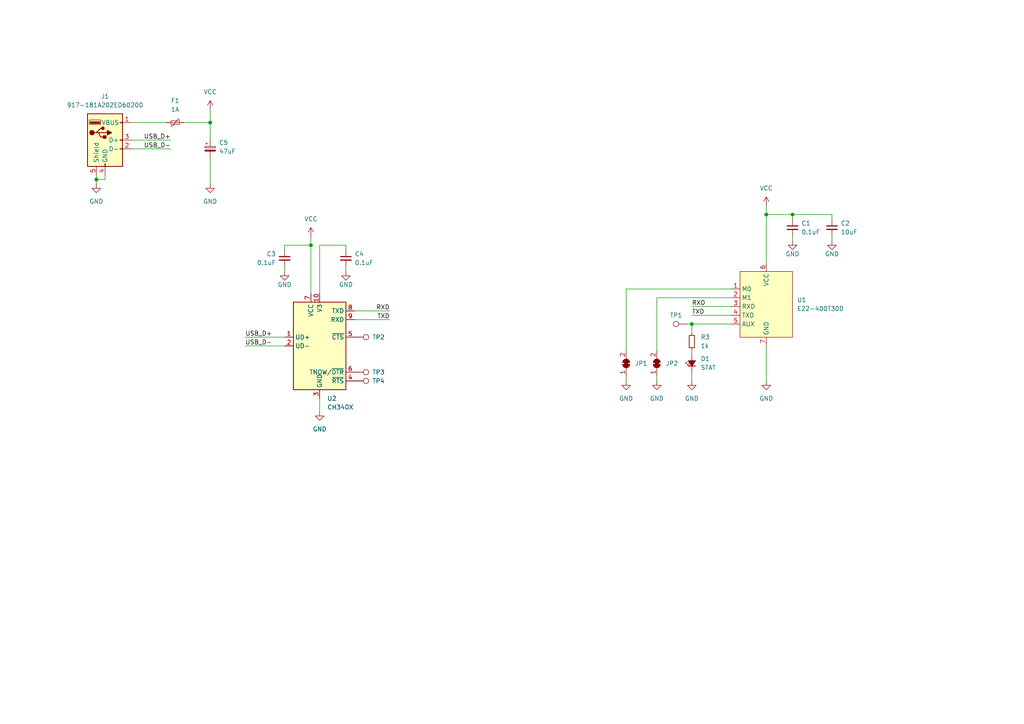
<source format=kicad_sch>
(kicad_sch (version 20230121) (generator eeschema)

  (uuid 3bbbc2f0-14af-4167-8d94-aa1eb3e85012)

  (paper "A4")

  (lib_symbols
    (symbol "Connector:TestPoint" (pin_numbers hide) (pin_names (offset 0.762) hide) (in_bom yes) (on_board yes)
      (property "Reference" "TP" (at 0 6.858 0)
        (effects (font (size 1.27 1.27)))
      )
      (property "Value" "TestPoint" (at 0 5.08 0)
        (effects (font (size 1.27 1.27)))
      )
      (property "Footprint" "" (at 5.08 0 0)
        (effects (font (size 1.27 1.27)) hide)
      )
      (property "Datasheet" "~" (at 5.08 0 0)
        (effects (font (size 1.27 1.27)) hide)
      )
      (property "ki_keywords" "test point tp" (at 0 0 0)
        (effects (font (size 1.27 1.27)) hide)
      )
      (property "ki_description" "test point" (at 0 0 0)
        (effects (font (size 1.27 1.27)) hide)
      )
      (property "ki_fp_filters" "Pin* Test*" (at 0 0 0)
        (effects (font (size 1.27 1.27)) hide)
      )
      (symbol "TestPoint_0_1"
        (circle (center 0 3.302) (radius 0.762)
          (stroke (width 0) (type default))
          (fill (type none))
        )
      )
      (symbol "TestPoint_1_1"
        (pin passive line (at 0 0 90) (length 2.54)
          (name "1" (effects (font (size 1.27 1.27))))
          (number "1" (effects (font (size 1.27 1.27))))
        )
      )
    )
    (symbol "Connector:USB_A" (pin_names (offset 1.016)) (in_bom yes) (on_board yes)
      (property "Reference" "J" (at -5.08 11.43 0)
        (effects (font (size 1.27 1.27)) (justify left))
      )
      (property "Value" "USB_A" (at -5.08 8.89 0)
        (effects (font (size 1.27 1.27)) (justify left))
      )
      (property "Footprint" "" (at 3.81 -1.27 0)
        (effects (font (size 1.27 1.27)) hide)
      )
      (property "Datasheet" " ~" (at 3.81 -1.27 0)
        (effects (font (size 1.27 1.27)) hide)
      )
      (property "ki_keywords" "connector USB" (at 0 0 0)
        (effects (font (size 1.27 1.27)) hide)
      )
      (property "ki_description" "USB Type A connector" (at 0 0 0)
        (effects (font (size 1.27 1.27)) hide)
      )
      (property "ki_fp_filters" "USB*" (at 0 0 0)
        (effects (font (size 1.27 1.27)) hide)
      )
      (symbol "USB_A_0_1"
        (rectangle (start -5.08 -7.62) (end 5.08 7.62)
          (stroke (width 0.254) (type default))
          (fill (type background))
        )
        (circle (center -3.81 2.159) (radius 0.635)
          (stroke (width 0.254) (type default))
          (fill (type outline))
        )
        (rectangle (start -1.524 4.826) (end -4.318 5.334)
          (stroke (width 0) (type default))
          (fill (type outline))
        )
        (rectangle (start -1.27 4.572) (end -4.572 5.842)
          (stroke (width 0) (type default))
          (fill (type none))
        )
        (circle (center -0.635 3.429) (radius 0.381)
          (stroke (width 0.254) (type default))
          (fill (type outline))
        )
        (rectangle (start -0.127 -7.62) (end 0.127 -6.858)
          (stroke (width 0) (type default))
          (fill (type none))
        )
        (polyline
          (pts
            (xy -3.175 2.159)
            (xy -2.54 2.159)
            (xy -1.27 3.429)
            (xy -0.635 3.429)
          )
          (stroke (width 0.254) (type default))
          (fill (type none))
        )
        (polyline
          (pts
            (xy -2.54 2.159)
            (xy -1.905 2.159)
            (xy -1.27 0.889)
            (xy 0 0.889)
          )
          (stroke (width 0.254) (type default))
          (fill (type none))
        )
        (polyline
          (pts
            (xy 0.635 2.794)
            (xy 0.635 1.524)
            (xy 1.905 2.159)
            (xy 0.635 2.794)
          )
          (stroke (width 0.254) (type default))
          (fill (type outline))
        )
        (rectangle (start 0.254 1.27) (end -0.508 0.508)
          (stroke (width 0.254) (type default))
          (fill (type outline))
        )
        (rectangle (start 5.08 -2.667) (end 4.318 -2.413)
          (stroke (width 0) (type default))
          (fill (type none))
        )
        (rectangle (start 5.08 -0.127) (end 4.318 0.127)
          (stroke (width 0) (type default))
          (fill (type none))
        )
        (rectangle (start 5.08 4.953) (end 4.318 5.207)
          (stroke (width 0) (type default))
          (fill (type none))
        )
      )
      (symbol "USB_A_1_1"
        (polyline
          (pts
            (xy -1.905 2.159)
            (xy 0.635 2.159)
          )
          (stroke (width 0.254) (type default))
          (fill (type none))
        )
        (pin power_in line (at 7.62 5.08 180) (length 2.54)
          (name "VBUS" (effects (font (size 1.27 1.27))))
          (number "1" (effects (font (size 1.27 1.27))))
        )
        (pin bidirectional line (at 7.62 -2.54 180) (length 2.54)
          (name "D-" (effects (font (size 1.27 1.27))))
          (number "2" (effects (font (size 1.27 1.27))))
        )
        (pin bidirectional line (at 7.62 0 180) (length 2.54)
          (name "D+" (effects (font (size 1.27 1.27))))
          (number "3" (effects (font (size 1.27 1.27))))
        )
        (pin power_in line (at 0 -10.16 90) (length 2.54)
          (name "GND" (effects (font (size 1.27 1.27))))
          (number "4" (effects (font (size 1.27 1.27))))
        )
        (pin passive line (at -2.54 -10.16 90) (length 2.54)
          (name "Shield" (effects (font (size 1.27 1.27))))
          (number "5" (effects (font (size 1.27 1.27))))
        )
      )
    )
    (symbol "Device:C_Polarized_Small" (pin_numbers hide) (pin_names (offset 0.254) hide) (in_bom yes) (on_board yes)
      (property "Reference" "C" (at 0.254 1.778 0)
        (effects (font (size 1.27 1.27)) (justify left))
      )
      (property "Value" "C_Polarized_Small" (at 0.254 -2.032 0)
        (effects (font (size 1.27 1.27)) (justify left))
      )
      (property "Footprint" "" (at 0 0 0)
        (effects (font (size 1.27 1.27)) hide)
      )
      (property "Datasheet" "~" (at 0 0 0)
        (effects (font (size 1.27 1.27)) hide)
      )
      (property "ki_keywords" "cap capacitor" (at 0 0 0)
        (effects (font (size 1.27 1.27)) hide)
      )
      (property "ki_description" "Polarized capacitor, small symbol" (at 0 0 0)
        (effects (font (size 1.27 1.27)) hide)
      )
      (property "ki_fp_filters" "CP_*" (at 0 0 0)
        (effects (font (size 1.27 1.27)) hide)
      )
      (symbol "C_Polarized_Small_0_1"
        (rectangle (start -1.524 -0.3048) (end 1.524 -0.6858)
          (stroke (width 0) (type default))
          (fill (type outline))
        )
        (rectangle (start -1.524 0.6858) (end 1.524 0.3048)
          (stroke (width 0) (type default))
          (fill (type none))
        )
        (polyline
          (pts
            (xy -1.27 1.524)
            (xy -0.762 1.524)
          )
          (stroke (width 0) (type default))
          (fill (type none))
        )
        (polyline
          (pts
            (xy -1.016 1.27)
            (xy -1.016 1.778)
          )
          (stroke (width 0) (type default))
          (fill (type none))
        )
      )
      (symbol "C_Polarized_Small_1_1"
        (pin passive line (at 0 2.54 270) (length 1.8542)
          (name "~" (effects (font (size 1.27 1.27))))
          (number "1" (effects (font (size 1.27 1.27))))
        )
        (pin passive line (at 0 -2.54 90) (length 1.8542)
          (name "~" (effects (font (size 1.27 1.27))))
          (number "2" (effects (font (size 1.27 1.27))))
        )
      )
    )
    (symbol "Device:C_Small" (pin_numbers hide) (pin_names (offset 0.254) hide) (in_bom yes) (on_board yes)
      (property "Reference" "C" (at 0.254 1.778 0)
        (effects (font (size 1.27 1.27)) (justify left))
      )
      (property "Value" "C_Small" (at 0.254 -2.032 0)
        (effects (font (size 1.27 1.27)) (justify left))
      )
      (property "Footprint" "" (at 0 0 0)
        (effects (font (size 1.27 1.27)) hide)
      )
      (property "Datasheet" "~" (at 0 0 0)
        (effects (font (size 1.27 1.27)) hide)
      )
      (property "ki_keywords" "capacitor cap" (at 0 0 0)
        (effects (font (size 1.27 1.27)) hide)
      )
      (property "ki_description" "Unpolarized capacitor, small symbol" (at 0 0 0)
        (effects (font (size 1.27 1.27)) hide)
      )
      (property "ki_fp_filters" "C_*" (at 0 0 0)
        (effects (font (size 1.27 1.27)) hide)
      )
      (symbol "C_Small_0_1"
        (polyline
          (pts
            (xy -1.524 -0.508)
            (xy 1.524 -0.508)
          )
          (stroke (width 0.3302) (type default))
          (fill (type none))
        )
        (polyline
          (pts
            (xy -1.524 0.508)
            (xy 1.524 0.508)
          )
          (stroke (width 0.3048) (type default))
          (fill (type none))
        )
      )
      (symbol "C_Small_1_1"
        (pin passive line (at 0 2.54 270) (length 2.032)
          (name "~" (effects (font (size 1.27 1.27))))
          (number "1" (effects (font (size 1.27 1.27))))
        )
        (pin passive line (at 0 -2.54 90) (length 2.032)
          (name "~" (effects (font (size 1.27 1.27))))
          (number "2" (effects (font (size 1.27 1.27))))
        )
      )
    )
    (symbol "Device:LED_Small_Filled" (pin_numbers hide) (pin_names (offset 0.254) hide) (in_bom yes) (on_board yes)
      (property "Reference" "D" (at -1.27 3.175 0)
        (effects (font (size 1.27 1.27)) (justify left))
      )
      (property "Value" "LED_Small_Filled" (at -4.445 -2.54 0)
        (effects (font (size 1.27 1.27)) (justify left))
      )
      (property "Footprint" "" (at 0 0 90)
        (effects (font (size 1.27 1.27)) hide)
      )
      (property "Datasheet" "~" (at 0 0 90)
        (effects (font (size 1.27 1.27)) hide)
      )
      (property "ki_keywords" "LED diode light-emitting-diode" (at 0 0 0)
        (effects (font (size 1.27 1.27)) hide)
      )
      (property "ki_description" "Light emitting diode, small symbol, filled shape" (at 0 0 0)
        (effects (font (size 1.27 1.27)) hide)
      )
      (property "ki_fp_filters" "LED* LED_SMD:* LED_THT:*" (at 0 0 0)
        (effects (font (size 1.27 1.27)) hide)
      )
      (symbol "LED_Small_Filled_0_1"
        (polyline
          (pts
            (xy -0.762 -1.016)
            (xy -0.762 1.016)
          )
          (stroke (width 0.254) (type default))
          (fill (type none))
        )
        (polyline
          (pts
            (xy 1.016 0)
            (xy -0.762 0)
          )
          (stroke (width 0) (type default))
          (fill (type none))
        )
        (polyline
          (pts
            (xy 0.762 -1.016)
            (xy -0.762 0)
            (xy 0.762 1.016)
            (xy 0.762 -1.016)
          )
          (stroke (width 0.254) (type default))
          (fill (type outline))
        )
        (polyline
          (pts
            (xy 0 0.762)
            (xy -0.508 1.27)
            (xy -0.254 1.27)
            (xy -0.508 1.27)
            (xy -0.508 1.016)
          )
          (stroke (width 0) (type default))
          (fill (type none))
        )
        (polyline
          (pts
            (xy 0.508 1.27)
            (xy 0 1.778)
            (xy 0.254 1.778)
            (xy 0 1.778)
            (xy 0 1.524)
          )
          (stroke (width 0) (type default))
          (fill (type none))
        )
      )
      (symbol "LED_Small_Filled_1_1"
        (pin passive line (at -2.54 0 0) (length 1.778)
          (name "K" (effects (font (size 1.27 1.27))))
          (number "1" (effects (font (size 1.27 1.27))))
        )
        (pin passive line (at 2.54 0 180) (length 1.778)
          (name "A" (effects (font (size 1.27 1.27))))
          (number "2" (effects (font (size 1.27 1.27))))
        )
      )
    )
    (symbol "Device:Polyfuse_Small" (pin_numbers hide) (pin_names (offset 0)) (in_bom yes) (on_board yes)
      (property "Reference" "F" (at -1.905 0 90)
        (effects (font (size 1.27 1.27)))
      )
      (property "Value" "Polyfuse_Small" (at 1.905 0 90)
        (effects (font (size 1.27 1.27)))
      )
      (property "Footprint" "" (at 1.27 -5.08 0)
        (effects (font (size 1.27 1.27)) (justify left) hide)
      )
      (property "Datasheet" "~" (at 0 0 0)
        (effects (font (size 1.27 1.27)) hide)
      )
      (property "ki_keywords" "resettable fuse PTC PPTC polyfuse polyswitch" (at 0 0 0)
        (effects (font (size 1.27 1.27)) hide)
      )
      (property "ki_description" "Resettable fuse, polymeric positive temperature coefficient, small symbol" (at 0 0 0)
        (effects (font (size 1.27 1.27)) hide)
      )
      (property "ki_fp_filters" "*polyfuse* *PTC*" (at 0 0 0)
        (effects (font (size 1.27 1.27)) hide)
      )
      (symbol "Polyfuse_Small_0_1"
        (rectangle (start -0.508 1.27) (end 0.508 -1.27)
          (stroke (width 0) (type default))
          (fill (type none))
        )
        (polyline
          (pts
            (xy 0 2.54)
            (xy 0 -2.54)
          )
          (stroke (width 0) (type default))
          (fill (type none))
        )
        (polyline
          (pts
            (xy -1.016 1.27)
            (xy -1.016 0.762)
            (xy 1.016 -0.762)
            (xy 1.016 -1.27)
          )
          (stroke (width 0) (type default))
          (fill (type none))
        )
      )
      (symbol "Polyfuse_Small_1_1"
        (pin passive line (at 0 2.54 270) (length 0.635)
          (name "~" (effects (font (size 1.27 1.27))))
          (number "1" (effects (font (size 1.27 1.27))))
        )
        (pin passive line (at 0 -2.54 90) (length 0.635)
          (name "~" (effects (font (size 1.27 1.27))))
          (number "2" (effects (font (size 1.27 1.27))))
        )
      )
    )
    (symbol "Device:R_Small" (pin_numbers hide) (pin_names (offset 0.254) hide) (in_bom yes) (on_board yes)
      (property "Reference" "R" (at 0.762 0.508 0)
        (effects (font (size 1.27 1.27)) (justify left))
      )
      (property "Value" "R_Small" (at 0.762 -1.016 0)
        (effects (font (size 1.27 1.27)) (justify left))
      )
      (property "Footprint" "" (at 0 0 0)
        (effects (font (size 1.27 1.27)) hide)
      )
      (property "Datasheet" "~" (at 0 0 0)
        (effects (font (size 1.27 1.27)) hide)
      )
      (property "ki_keywords" "R resistor" (at 0 0 0)
        (effects (font (size 1.27 1.27)) hide)
      )
      (property "ki_description" "Resistor, small symbol" (at 0 0 0)
        (effects (font (size 1.27 1.27)) hide)
      )
      (property "ki_fp_filters" "R_*" (at 0 0 0)
        (effects (font (size 1.27 1.27)) hide)
      )
      (symbol "R_Small_0_1"
        (rectangle (start -0.762 1.778) (end 0.762 -1.778)
          (stroke (width 0.2032) (type default))
          (fill (type none))
        )
      )
      (symbol "R_Small_1_1"
        (pin passive line (at 0 2.54 270) (length 0.762)
          (name "~" (effects (font (size 1.27 1.27))))
          (number "1" (effects (font (size 1.27 1.27))))
        )
        (pin passive line (at 0 -2.54 90) (length 0.762)
          (name "~" (effects (font (size 1.27 1.27))))
          (number "2" (effects (font (size 1.27 1.27))))
        )
      )
    )
    (symbol "E22-400T30D:E22-400T30D" (in_bom yes) (on_board yes)
      (property "Reference" "U" (at 0 27.94 0)
        (effects (font (size 1.27 1.27)))
      )
      (property "Value" "E22-400T30D" (at 0 25.4 0)
        (effects (font (size 1.27 1.27)))
      )
      (property "Footprint" "" (at 0 27.94 0)
        (effects (font (size 1.27 1.27)) hide)
      )
      (property "Datasheet" "" (at 0 27.94 0)
        (effects (font (size 1.27 1.27)) hide)
      )
      (property "ki_keywords" "E22-400T30D" (at 0 0 0)
        (effects (font (size 1.27 1.27)) hide)
      )
      (property "ki_description" "E22-400T30D" (at 0 0 0)
        (effects (font (size 1.27 1.27)) hide)
      )
      (symbol "E22-400T30D_1_1"
        (rectangle (start -7.62 10.16) (end 7.62 -8.89)
          (stroke (width 0) (type default))
          (fill (type background))
        )
        (pin input line (at -10.16 5.08 0) (length 2.54)
          (name "M0" (effects (font (size 1.27 1.27))))
          (number "1" (effects (font (size 1.27 1.27))))
        )
        (pin no_connect line (at 10.16 -1.27 180) (length 2.54) hide
          (name "NC" (effects (font (size 1.27 1.27))))
          (number "10" (effects (font (size 1.27 1.27))))
        )
        (pin no_connect line (at 10.16 -3.81 180) (length 2.54) hide
          (name "NC" (effects (font (size 1.27 1.27))))
          (number "11" (effects (font (size 1.27 1.27))))
        )
        (pin input line (at -10.16 2.54 0) (length 2.54)
          (name "M1" (effects (font (size 1.27 1.27))))
          (number "2" (effects (font (size 1.27 1.27))))
        )
        (pin input line (at -10.16 0 0) (length 2.54)
          (name "RXD" (effects (font (size 1.27 1.27))))
          (number "3" (effects (font (size 1.27 1.27))))
        )
        (pin output line (at -10.16 -2.54 0) (length 2.54)
          (name "TXD" (effects (font (size 1.27 1.27))))
          (number "4" (effects (font (size 1.27 1.27))))
        )
        (pin output line (at -10.16 -5.08 0) (length 2.54)
          (name "AUX" (effects (font (size 1.27 1.27))))
          (number "5" (effects (font (size 1.27 1.27))))
        )
        (pin power_in line (at 0 12.7 270) (length 2.54)
          (name "VCC" (effects (font (size 1.27 1.27))))
          (number "6" (effects (font (size 1.27 1.27))))
        )
        (pin power_in line (at 0 -11.43 90) (length 2.54)
          (name "GND" (effects (font (size 1.27 1.27))))
          (number "7" (effects (font (size 1.27 1.27))))
        )
        (pin no_connect line (at 10.16 3.81 180) (length 2.54) hide
          (name "NC" (effects (font (size 1.27 1.27))))
          (number "8" (effects (font (size 1.27 1.27))))
        )
        (pin no_connect line (at 10.16 1.27 180) (length 2.54) hide
          (name "NC" (effects (font (size 1.27 1.27))))
          (number "9" (effects (font (size 1.27 1.27))))
        )
      )
    )
    (symbol "Interface_USB:CH340X" (in_bom yes) (on_board yes)
      (property "Reference" "U" (at -5.08 13.97 0)
        (effects (font (size 1.27 1.27)) (justify right))
      )
      (property "Value" "CH340X" (at 1.27 13.97 0)
        (effects (font (size 1.27 1.27)) (justify left))
      )
      (property "Footprint" "Package_SO:MSOP-10_3x3mm_P0.5mm" (at 1.27 -13.97 0)
        (effects (font (size 1.27 1.27)) (justify left) hide)
      )
      (property "Datasheet" "https://cdn.sparkfun.com/assets/5/0/a/8/5/CH340DS1.PDF" (at -8.89 20.32 0)
        (effects (font (size 1.27 1.27)) hide)
      )
      (property "ki_keywords" "USB UART Serial Converter Interface" (at 0 0 0)
        (effects (font (size 1.27 1.27)) hide)
      )
      (property "ki_description" "USB serial converter, 5V-tolerant IO, UART, MSOP-10" (at 0 0 0)
        (effects (font (size 1.27 1.27)) hide)
      )
      (property "ki_fp_filters" "MSOP*3x3mm*P0.5mm*" (at 0 0 0)
        (effects (font (size 1.27 1.27)) hide)
      )
      (symbol "CH340X_0_1"
        (rectangle (start -7.62 12.7) (end 7.62 -12.7)
          (stroke (width 0.254) (type default))
          (fill (type background))
        )
      )
      (symbol "CH340X_1_1"
        (pin bidirectional line (at -10.16 2.54 0) (length 2.54)
          (name "UD+" (effects (font (size 1.27 1.27))))
          (number "1" (effects (font (size 1.27 1.27))))
        )
        (pin power_out line (at 0 15.24 270) (length 2.54)
          (name "V3" (effects (font (size 1.27 1.27))))
          (number "10" (effects (font (size 1.27 1.27))))
        )
        (pin bidirectional line (at -10.16 0 0) (length 2.54)
          (name "UD-" (effects (font (size 1.27 1.27))))
          (number "2" (effects (font (size 1.27 1.27))))
        )
        (pin power_in line (at 0 -15.24 90) (length 2.54)
          (name "GND" (effects (font (size 1.27 1.27))))
          (number "3" (effects (font (size 1.27 1.27))))
        )
        (pin output line (at 10.16 -10.16 180) (length 2.54)
          (name "~{RTS}" (effects (font (size 1.27 1.27))))
          (number "4" (effects (font (size 1.27 1.27))))
        )
        (pin input line (at 10.16 2.54 180) (length 2.54)
          (name "~{CTS}" (effects (font (size 1.27 1.27))))
          (number "5" (effects (font (size 1.27 1.27))))
        )
        (pin output line (at 10.16 -7.62 180) (length 2.54)
          (name "TNOW/~{DTR}" (effects (font (size 1.27 1.27))))
          (number "6" (effects (font (size 1.27 1.27))))
        )
        (pin power_in line (at -2.54 15.24 270) (length 2.54)
          (name "VCC" (effects (font (size 1.27 1.27))))
          (number "7" (effects (font (size 1.27 1.27))))
        )
        (pin output line (at 10.16 10.16 180) (length 2.54)
          (name "TXD" (effects (font (size 1.27 1.27))))
          (number "8" (effects (font (size 1.27 1.27))))
        )
        (pin input line (at 10.16 7.62 180) (length 2.54)
          (name "RXD" (effects (font (size 1.27 1.27))))
          (number "9" (effects (font (size 1.27 1.27))))
        )
      )
    )
    (symbol "Jumper:SolderJumper_2_Bridged" (pin_names (offset 0) hide) (in_bom yes) (on_board yes)
      (property "Reference" "JP" (at 0 2.032 0)
        (effects (font (size 1.27 1.27)))
      )
      (property "Value" "SolderJumper_2_Bridged" (at 0 -2.54 0)
        (effects (font (size 1.27 1.27)))
      )
      (property "Footprint" "" (at 0 0 0)
        (effects (font (size 1.27 1.27)) hide)
      )
      (property "Datasheet" "~" (at 0 0 0)
        (effects (font (size 1.27 1.27)) hide)
      )
      (property "ki_keywords" "solder jumper SPST" (at 0 0 0)
        (effects (font (size 1.27 1.27)) hide)
      )
      (property "ki_description" "Solder Jumper, 2-pole, closed/bridged" (at 0 0 0)
        (effects (font (size 1.27 1.27)) hide)
      )
      (property "ki_fp_filters" "SolderJumper*Bridged*" (at 0 0 0)
        (effects (font (size 1.27 1.27)) hide)
      )
      (symbol "SolderJumper_2_Bridged_0_1"
        (rectangle (start -0.508 0.508) (end 0.508 -0.508)
          (stroke (width 0) (type default))
          (fill (type outline))
        )
        (arc (start -0.254 1.016) (mid -1.2656 0) (end -0.254 -1.016)
          (stroke (width 0) (type default))
          (fill (type none))
        )
        (arc (start -0.254 1.016) (mid -1.2656 0) (end -0.254 -1.016)
          (stroke (width 0) (type default))
          (fill (type outline))
        )
        (polyline
          (pts
            (xy -0.254 1.016)
            (xy -0.254 -1.016)
          )
          (stroke (width 0) (type default))
          (fill (type none))
        )
        (polyline
          (pts
            (xy 0.254 1.016)
            (xy 0.254 -1.016)
          )
          (stroke (width 0) (type default))
          (fill (type none))
        )
        (arc (start 0.254 -1.016) (mid 1.2656 0) (end 0.254 1.016)
          (stroke (width 0) (type default))
          (fill (type none))
        )
        (arc (start 0.254 -1.016) (mid 1.2656 0) (end 0.254 1.016)
          (stroke (width 0) (type default))
          (fill (type outline))
        )
      )
      (symbol "SolderJumper_2_Bridged_1_1"
        (pin passive line (at -3.81 0 0) (length 2.54)
          (name "A" (effects (font (size 1.27 1.27))))
          (number "1" (effects (font (size 1.27 1.27))))
        )
        (pin passive line (at 3.81 0 180) (length 2.54)
          (name "B" (effects (font (size 1.27 1.27))))
          (number "2" (effects (font (size 1.27 1.27))))
        )
      )
    )
    (symbol "power:GND" (power) (pin_names (offset 0)) (in_bom yes) (on_board yes)
      (property "Reference" "#PWR" (at 0 -6.35 0)
        (effects (font (size 1.27 1.27)) hide)
      )
      (property "Value" "GND" (at 0 -3.81 0)
        (effects (font (size 1.27 1.27)))
      )
      (property "Footprint" "" (at 0 0 0)
        (effects (font (size 1.27 1.27)) hide)
      )
      (property "Datasheet" "" (at 0 0 0)
        (effects (font (size 1.27 1.27)) hide)
      )
      (property "ki_keywords" "global power" (at 0 0 0)
        (effects (font (size 1.27 1.27)) hide)
      )
      (property "ki_description" "Power symbol creates a global label with name \"GND\" , ground" (at 0 0 0)
        (effects (font (size 1.27 1.27)) hide)
      )
      (symbol "GND_0_1"
        (polyline
          (pts
            (xy 0 0)
            (xy 0 -1.27)
            (xy 1.27 -1.27)
            (xy 0 -2.54)
            (xy -1.27 -1.27)
            (xy 0 -1.27)
          )
          (stroke (width 0) (type default))
          (fill (type none))
        )
      )
      (symbol "GND_1_1"
        (pin power_in line (at 0 0 270) (length 0) hide
          (name "GND" (effects (font (size 1.27 1.27))))
          (number "1" (effects (font (size 1.27 1.27))))
        )
      )
    )
    (symbol "power:VCC" (power) (pin_names (offset 0)) (in_bom yes) (on_board yes)
      (property "Reference" "#PWR" (at 0 -3.81 0)
        (effects (font (size 1.27 1.27)) hide)
      )
      (property "Value" "VCC" (at 0 3.81 0)
        (effects (font (size 1.27 1.27)))
      )
      (property "Footprint" "" (at 0 0 0)
        (effects (font (size 1.27 1.27)) hide)
      )
      (property "Datasheet" "" (at 0 0 0)
        (effects (font (size 1.27 1.27)) hide)
      )
      (property "ki_keywords" "global power" (at 0 0 0)
        (effects (font (size 1.27 1.27)) hide)
      )
      (property "ki_description" "Power symbol creates a global label with name \"VCC\"" (at 0 0 0)
        (effects (font (size 1.27 1.27)) hide)
      )
      (symbol "VCC_0_1"
        (polyline
          (pts
            (xy -0.762 1.27)
            (xy 0 2.54)
          )
          (stroke (width 0) (type default))
          (fill (type none))
        )
        (polyline
          (pts
            (xy 0 0)
            (xy 0 2.54)
          )
          (stroke (width 0) (type default))
          (fill (type none))
        )
        (polyline
          (pts
            (xy 0 2.54)
            (xy 0.762 1.27)
          )
          (stroke (width 0) (type default))
          (fill (type none))
        )
      )
      (symbol "VCC_1_1"
        (pin power_in line (at 0 0 90) (length 0) hide
          (name "VCC" (effects (font (size 1.27 1.27))))
          (number "1" (effects (font (size 1.27 1.27))))
        )
      )
    )
  )

  (junction (at 222.25 62.23) (diameter 0) (color 0 0 0 0)
    (uuid 2785cd97-9596-43f9-ae7c-ea10c082da21)
  )
  (junction (at 90.17 71.12) (diameter 0) (color 0 0 0 0)
    (uuid 34786185-66a5-4b28-a3f9-69cadd165270)
  )
  (junction (at 229.87 62.23) (diameter 0) (color 0 0 0 0)
    (uuid 34b75d03-29f3-4f5e-9458-b45de234cf4b)
  )
  (junction (at 200.66 93.98) (diameter 0) (color 0 0 0 0)
    (uuid cc813a2d-34c2-4c7f-aa67-6e7fb0e797a4)
  )
  (junction (at 60.96 35.56) (diameter 0) (color 0 0 0 0)
    (uuid cef3811f-4f50-4147-bee6-7b288dae5a7e)
  )
  (junction (at 27.94 52.07) (diameter 0) (color 0 0 0 0)
    (uuid d70ec2e2-7cd8-4649-b799-de9163cca091)
  )

  (wire (pts (xy 200.66 102.87) (xy 200.66 101.6))
    (stroke (width 0) (type default))
    (uuid 07d5107d-1416-43c3-953c-035753404019)
  )
  (wire (pts (xy 200.66 107.95) (xy 200.66 110.49))
    (stroke (width 0) (type default))
    (uuid 11d9d98e-3ae9-4d6e-933b-c2fefb8c476b)
  )
  (wire (pts (xy 30.48 50.8) (xy 30.48 52.07))
    (stroke (width 0) (type default))
    (uuid 128193f5-ca15-4dea-a7a8-8e9127f94dc3)
  )
  (wire (pts (xy 60.96 35.56) (xy 60.96 40.64))
    (stroke (width 0) (type default))
    (uuid 1b349ace-043f-4a2f-8214-5607388dfdc2)
  )
  (wire (pts (xy 102.87 92.71) (xy 113.03 92.71))
    (stroke (width 0) (type default))
    (uuid 1c14f75d-b448-4279-88ca-01cf761f2343)
  )
  (wire (pts (xy 38.1 40.64) (xy 49.53 40.64))
    (stroke (width 0) (type default))
    (uuid 1f43b2aa-ce25-403a-83f2-b00a37eb4df4)
  )
  (wire (pts (xy 82.55 71.12) (xy 90.17 71.12))
    (stroke (width 0) (type default))
    (uuid 236ff681-5c86-4d63-b3ae-fe9be4dbcbe3)
  )
  (wire (pts (xy 100.33 77.47) (xy 100.33 78.74))
    (stroke (width 0) (type default))
    (uuid 26d6cf82-bd63-427c-a668-78c596d206c2)
  )
  (wire (pts (xy 190.5 109.22) (xy 190.5 110.49))
    (stroke (width 0) (type default))
    (uuid 26dfb456-8e6d-411f-8b68-1c5ec8f8d322)
  )
  (wire (pts (xy 190.5 86.36) (xy 212.09 86.36))
    (stroke (width 0) (type default))
    (uuid 292e5492-b108-4e01-8e55-dc3c3f84e3a8)
  )
  (wire (pts (xy 229.87 62.23) (xy 222.25 62.23))
    (stroke (width 0) (type default))
    (uuid 2b564ea0-c4aa-4a80-ba4e-b829691ad11b)
  )
  (wire (pts (xy 60.96 45.72) (xy 60.96 53.34))
    (stroke (width 0) (type default))
    (uuid 359aeef2-f507-4fa7-bb27-599cb963e330)
  )
  (wire (pts (xy 100.33 71.12) (xy 100.33 72.39))
    (stroke (width 0) (type default))
    (uuid 3c5d82a5-f49d-4171-8b07-f410c52ed176)
  )
  (wire (pts (xy 38.1 35.56) (xy 48.26 35.56))
    (stroke (width 0) (type default))
    (uuid 3c639ba7-0c17-416b-8213-56f88bdaa8be)
  )
  (wire (pts (xy 200.66 88.9) (xy 212.09 88.9))
    (stroke (width 0) (type default))
    (uuid 3fa7edb7-81bd-481e-8ea0-361eb517c885)
  )
  (wire (pts (xy 30.48 52.07) (xy 27.94 52.07))
    (stroke (width 0) (type default))
    (uuid 42abbe3c-8b4d-4cbf-a482-7fbcdcfc7fe8)
  )
  (wire (pts (xy 82.55 97.79) (xy 71.12 97.79))
    (stroke (width 0) (type default))
    (uuid 45af93a2-664c-4721-b625-21b82e54a779)
  )
  (wire (pts (xy 90.17 71.12) (xy 90.17 68.58))
    (stroke (width 0) (type default))
    (uuid 50bc1ae2-199a-4ac4-b10f-967859a11876)
  )
  (wire (pts (xy 27.94 50.8) (xy 27.94 52.07))
    (stroke (width 0) (type default))
    (uuid 52f77424-7446-4579-91d1-a23e19754e50)
  )
  (wire (pts (xy 199.39 93.98) (xy 200.66 93.98))
    (stroke (width 0) (type default))
    (uuid 54994e10-b72c-4cc9-a504-c8e3b0b09bf0)
  )
  (wire (pts (xy 200.66 96.52) (xy 200.66 93.98))
    (stroke (width 0) (type default))
    (uuid 558f0dd8-ba27-4c8c-a9d7-2db08c50d9d9)
  )
  (wire (pts (xy 53.34 35.56) (xy 60.96 35.56))
    (stroke (width 0) (type default))
    (uuid 584a3035-b7f5-4b31-9410-c02d5a0d6ec1)
  )
  (wire (pts (xy 200.66 91.44) (xy 212.09 91.44))
    (stroke (width 0) (type default))
    (uuid 5973dec0-1f65-44d3-b4c8-f30d72b940ec)
  )
  (wire (pts (xy 90.17 71.12) (xy 90.17 85.09))
    (stroke (width 0) (type default))
    (uuid 61ce24fd-ba81-4b82-acc4-07057a2fd52f)
  )
  (wire (pts (xy 222.25 100.33) (xy 222.25 110.49))
    (stroke (width 0) (type default))
    (uuid 7a7aacda-dba4-4cb3-ae46-94d9cba0aee6)
  )
  (wire (pts (xy 92.71 115.57) (xy 92.71 119.38))
    (stroke (width 0) (type default))
    (uuid 7ffb1709-54e2-468f-8ee7-66ba1389a7d9)
  )
  (wire (pts (xy 200.66 93.98) (xy 212.09 93.98))
    (stroke (width 0) (type default))
    (uuid 8483deea-314e-494d-9d6a-79a10279724d)
  )
  (wire (pts (xy 241.3 63.5) (xy 241.3 62.23))
    (stroke (width 0) (type default))
    (uuid 9c3c2b34-e1b0-40e4-b2a5-87c868dc4c5e)
  )
  (wire (pts (xy 181.61 109.22) (xy 181.61 110.49))
    (stroke (width 0) (type default))
    (uuid aa3197b2-75eb-418e-b540-2b8222e1443b)
  )
  (wire (pts (xy 241.3 68.58) (xy 241.3 69.85))
    (stroke (width 0) (type default))
    (uuid b2f2827f-9f70-43c7-ad58-18011dd794cf)
  )
  (wire (pts (xy 60.96 35.56) (xy 60.96 31.75))
    (stroke (width 0) (type default))
    (uuid b3992fcf-3334-4dfb-84f6-40256f330c48)
  )
  (wire (pts (xy 102.87 90.17) (xy 113.03 90.17))
    (stroke (width 0) (type default))
    (uuid b3bff8fc-5af3-4b7d-83c3-bfae81894acf)
  )
  (wire (pts (xy 190.5 101.6) (xy 190.5 86.36))
    (stroke (width 0) (type default))
    (uuid b9d7f3a0-7b44-4b90-98d6-ec352ff7027d)
  )
  (wire (pts (xy 222.25 62.23) (xy 222.25 59.69))
    (stroke (width 0) (type default))
    (uuid bb2d6eae-04b9-4cd6-94da-9b125d4dda5a)
  )
  (wire (pts (xy 82.55 77.47) (xy 82.55 78.74))
    (stroke (width 0) (type default))
    (uuid c58e9d11-4355-49c5-9915-97cdd94aac13)
  )
  (wire (pts (xy 229.87 68.58) (xy 229.87 69.85))
    (stroke (width 0) (type default))
    (uuid c5b348be-d1e9-4e68-a7ff-a6caab093c58)
  )
  (wire (pts (xy 92.71 71.12) (xy 92.71 85.09))
    (stroke (width 0) (type default))
    (uuid c7c26887-0d80-485b-99ee-3a864f423c07)
  )
  (wire (pts (xy 27.94 52.07) (xy 27.94 53.34))
    (stroke (width 0) (type default))
    (uuid c9927c01-d2a9-425f-889f-eef333ea3c68)
  )
  (wire (pts (xy 181.61 101.6) (xy 181.61 83.82))
    (stroke (width 0) (type default))
    (uuid cc46e9ad-4f0d-4c4c-9879-77e55a6fa54a)
  )
  (wire (pts (xy 181.61 83.82) (xy 212.09 83.82))
    (stroke (width 0) (type default))
    (uuid d78912af-41f6-4344-bcc6-4f966e651d2a)
  )
  (wire (pts (xy 229.87 62.23) (xy 229.87 63.5))
    (stroke (width 0) (type default))
    (uuid dc3f0109-070e-48aa-9ce3-9f7d0b681976)
  )
  (wire (pts (xy 100.33 71.12) (xy 92.71 71.12))
    (stroke (width 0) (type default))
    (uuid e204fe01-840a-44a6-bb1e-b28a0944ad45)
  )
  (wire (pts (xy 82.55 71.12) (xy 82.55 72.39))
    (stroke (width 0) (type default))
    (uuid e3696f06-7292-4c10-a01b-e52d664eb0a9)
  )
  (wire (pts (xy 241.3 62.23) (xy 229.87 62.23))
    (stroke (width 0) (type default))
    (uuid e597fda8-8860-4b92-ba3e-000bc811a1e4)
  )
  (wire (pts (xy 82.55 100.33) (xy 71.12 100.33))
    (stroke (width 0) (type default))
    (uuid e7e8e4df-cf6a-4dbb-8577-5d0520843b12)
  )
  (wire (pts (xy 222.25 62.23) (xy 222.25 76.2))
    (stroke (width 0) (type default))
    (uuid f49be3d0-cf82-48da-a111-acb4f48244d5)
  )
  (wire (pts (xy 38.1 43.18) (xy 49.53 43.18))
    (stroke (width 0) (type default))
    (uuid fc5294bc-ba78-4f74-97e1-7e18a6b449f8)
  )

  (label "RXD" (at 113.03 90.17 180) (fields_autoplaced)
    (effects (font (size 1.27 1.27)) (justify right bottom))
    (uuid 2ccc5b33-3707-498a-ad15-d4c8bdce1953)
  )
  (label "RXD" (at 200.66 88.9 0) (fields_autoplaced)
    (effects (font (size 1.27 1.27)) (justify left bottom))
    (uuid 6b79ef80-ddc4-4e11-88b2-e4eaeaba982d)
  )
  (label "USB_D+" (at 49.53 40.64 180) (fields_autoplaced)
    (effects (font (size 1.27 1.27)) (justify right bottom))
    (uuid 71246664-5a0d-4d92-849c-8713e57f0e27)
  )
  (label "USB_D+" (at 71.12 97.79 0) (fields_autoplaced)
    (effects (font (size 1.27 1.27)) (justify left bottom))
    (uuid 7bf82628-82b4-40f0-aa28-c6bcd854ba3b)
  )
  (label "TXD" (at 113.03 92.71 180) (fields_autoplaced)
    (effects (font (size 1.27 1.27)) (justify right bottom))
    (uuid 7f3c0edb-304e-408f-9cea-b95aaa856331)
  )
  (label "USB_D-" (at 71.12 100.33 0) (fields_autoplaced)
    (effects (font (size 1.27 1.27)) (justify left bottom))
    (uuid d6cd866a-2a63-4eb3-9370-576dacf622e8)
  )
  (label "USB_D-" (at 49.53 43.18 180) (fields_autoplaced)
    (effects (font (size 1.27 1.27)) (justify right bottom))
    (uuid dc7c6ac4-c643-4268-97e3-bc27b444bcba)
  )
  (label "TXD" (at 200.66 91.44 0) (fields_autoplaced)
    (effects (font (size 1.27 1.27)) (justify left bottom))
    (uuid eaa3d558-5d0a-41cb-970e-b331c115b837)
  )

  (symbol (lib_id "Connector:TestPoint") (at 102.87 110.49 270) (unit 1)
    (in_bom yes) (on_board yes) (dnp no) (fields_autoplaced)
    (uuid 0d055b55-d9e0-48e9-98c1-aa8c2a93292e)
    (property "Reference" "TP4" (at 107.95 110.49 90)
      (effects (font (size 1.27 1.27)) (justify left))
    )
    (property "Value" "TestPoint" (at 104.902 113.03 0)
      (effects (font (size 1.27 1.27)) (justify left) hide)
    )
    (property "Footprint" "TestPoint:TestPoint_Pad_D1.0mm" (at 102.87 115.57 0)
      (effects (font (size 1.27 1.27)) hide)
    )
    (property "Datasheet" "~" (at 102.87 115.57 0)
      (effects (font (size 1.27 1.27)) hide)
    )
    (pin "1" (uuid 8f50a2a1-7b2c-47f9-8df6-14a460a45d41))
    (instances
      (project "ADAPTER PCB"
        (path "/3bbbc2f0-14af-4167-8d94-aa1eb3e85012"
          (reference "TP4") (unit 1)
        )
      )
    )
  )

  (symbol (lib_id "E22-400T30D:E22-400T30D") (at 222.25 88.9 0) (unit 1)
    (in_bom no) (on_board yes) (dnp no) (fields_autoplaced)
    (uuid 1178a8e7-c279-45f7-8cc4-5aa9a4829cab)
    (property "Reference" "U1" (at 231.14 86.995 0)
      (effects (font (size 1.27 1.27)) (justify left))
    )
    (property "Value" "E22-400T30D" (at 231.14 89.535 0)
      (effects (font (size 1.27 1.27)) (justify left))
    )
    (property "Footprint" "FOOTPRINTS:COMM-TH_E22-400T30D" (at 222.25 60.96 0)
      (effects (font (size 1.27 1.27)) hide)
    )
    (property "Datasheet" "" (at 222.25 60.96 0)
      (effects (font (size 1.27 1.27)) hide)
    )
    (pin "1" (uuid eb12fcf7-fe8a-45a2-95fe-7cf4051fda69))
    (pin "6" (uuid 9fc3157a-6409-4d0c-ac2d-68f3c35573d6))
    (pin "4" (uuid e6a8da32-d0ba-4edf-91c5-97ca2fcc7ac4))
    (pin "10" (uuid 46ed3d68-8923-4298-926a-d7cacb30275f))
    (pin "9" (uuid 65572aa3-d57a-45fd-8db4-d6cbda104b43))
    (pin "2" (uuid 8c7cc02b-d367-49ca-b0fb-c60479d99f7f))
    (pin "7" (uuid d37b934e-337e-4a0e-bda2-352fc158272d))
    (pin "3" (uuid 5827c656-0c09-4c5f-b1a6-2d4e6e8b1382))
    (pin "8" (uuid a258f64a-a666-4e3a-9761-e64c1e23296f))
    (pin "11" (uuid 2396df81-7174-4612-87a6-1a1a87044951))
    (pin "5" (uuid 5314f240-803e-456e-b35d-b67417b378de))
    (instances
      (project "ADAPTER PCB"
        (path "/3bbbc2f0-14af-4167-8d94-aa1eb3e85012"
          (reference "U1") (unit 1)
        )
      )
    )
  )

  (symbol (lib_id "Device:C_Small") (at 100.33 74.93 0) (unit 1)
    (in_bom yes) (on_board yes) (dnp no) (fields_autoplaced)
    (uuid 2401ff4e-6358-4f8a-87c8-e8b22222bafc)
    (property "Reference" "C4" (at 102.87 73.6663 0)
      (effects (font (size 1.27 1.27)) (justify left))
    )
    (property "Value" "0.1uF" (at 102.87 76.2063 0)
      (effects (font (size 1.27 1.27)) (justify left))
    )
    (property "Footprint" "Capacitor_SMD:C_0603_1608Metric" (at 100.33 74.93 0)
      (effects (font (size 1.27 1.27)) hide)
    )
    (property "Datasheet" "~" (at 100.33 74.93 0)
      (effects (font (size 1.27 1.27)) hide)
    )
    (pin "1" (uuid f0c9331d-3cae-4410-b740-a235ba779f6b))
    (pin "2" (uuid 0e48c478-c82b-478d-8733-c2d2f785ff4c))
    (instances
      (project "ADAPTER PCB"
        (path "/3bbbc2f0-14af-4167-8d94-aa1eb3e85012"
          (reference "C4") (unit 1)
        )
      )
    )
  )

  (symbol (lib_id "power:VCC") (at 90.17 68.58 0) (mirror y) (unit 1)
    (in_bom yes) (on_board yes) (dnp no) (fields_autoplaced)
    (uuid 2b3803b5-042e-4603-bfab-c9f4ccb4f718)
    (property "Reference" "#PWR012" (at 90.17 72.39 0)
      (effects (font (size 1.27 1.27)) hide)
    )
    (property "Value" "VCC" (at 90.17 63.5 0)
      (effects (font (size 1.27 1.27)))
    )
    (property "Footprint" "" (at 90.17 68.58 0)
      (effects (font (size 1.27 1.27)) hide)
    )
    (property "Datasheet" "" (at 90.17 68.58 0)
      (effects (font (size 1.27 1.27)) hide)
    )
    (pin "1" (uuid 369655b3-820d-422a-8efc-eabb503a3ccd))
    (instances
      (project "ADAPTER PCB"
        (path "/3bbbc2f0-14af-4167-8d94-aa1eb3e85012"
          (reference "#PWR012") (unit 1)
        )
      )
    )
  )

  (symbol (lib_id "Device:C_Polarized_Small") (at 60.96 43.18 0) (unit 1)
    (in_bom yes) (on_board yes) (dnp no) (fields_autoplaced)
    (uuid 3393bec2-e96d-4554-8b03-43d51469aaff)
    (property "Reference" "C5" (at 63.5 41.3639 0)
      (effects (font (size 1.27 1.27)) (justify left))
    )
    (property "Value" "47uF" (at 63.5 43.9039 0)
      (effects (font (size 1.27 1.27)) (justify left))
    )
    (property "Footprint" "Capacitor_Tantalum_SMD:CP_EIA-3528-15_AVX-H" (at 60.96 43.18 0)
      (effects (font (size 1.27 1.27)) hide)
    )
    (property "Datasheet" "~" (at 60.96 43.18 0)
      (effects (font (size 1.27 1.27)) hide)
    )
    (pin "1" (uuid 9035cce3-1304-448b-9b9f-0fde6262ef26))
    (pin "2" (uuid d5002ebd-c328-42f2-b034-5cd65c21bba2))
    (instances
      (project "ADAPTER PCB"
        (path "/3bbbc2f0-14af-4167-8d94-aa1eb3e85012"
          (reference "C5") (unit 1)
        )
      )
    )
  )

  (symbol (lib_id "Device:R_Small") (at 200.66 99.06 0) (unit 1)
    (in_bom yes) (on_board yes) (dnp no) (fields_autoplaced)
    (uuid 357b0b1c-2297-4265-8649-a4aba72fa5d7)
    (property "Reference" "R3" (at 203.2 97.79 0)
      (effects (font (size 1.27 1.27)) (justify left))
    )
    (property "Value" "1k" (at 203.2 100.33 0)
      (effects (font (size 1.27 1.27)) (justify left))
    )
    (property "Footprint" "Resistor_SMD:R_0603_1608Metric" (at 200.66 99.06 0)
      (effects (font (size 1.27 1.27)) hide)
    )
    (property "Datasheet" "~" (at 200.66 99.06 0)
      (effects (font (size 1.27 1.27)) hide)
    )
    (pin "2" (uuid 22cb7dd8-7dac-44ed-9d77-6d8ec8f0d322))
    (pin "1" (uuid f6d7ec00-20ed-4788-b1ca-f8c634c04dd8))
    (instances
      (project "ADAPTER PCB"
        (path "/3bbbc2f0-14af-4167-8d94-aa1eb3e85012"
          (reference "R3") (unit 1)
        )
      )
    )
  )

  (symbol (lib_id "power:GND") (at 82.55 78.74 0) (mirror y) (unit 1)
    (in_bom yes) (on_board yes) (dnp no)
    (uuid 3a1315a1-6144-45ff-8b81-61872fae5846)
    (property "Reference" "#PWR013" (at 82.55 85.09 0)
      (effects (font (size 1.27 1.27)) hide)
    )
    (property "Value" "GND" (at 82.55 82.55 0)
      (effects (font (size 1.27 1.27)))
    )
    (property "Footprint" "" (at 82.55 78.74 0)
      (effects (font (size 1.27 1.27)) hide)
    )
    (property "Datasheet" "" (at 82.55 78.74 0)
      (effects (font (size 1.27 1.27)) hide)
    )
    (pin "1" (uuid e3939577-482a-4a02-b16b-8c7b264cc5b7))
    (instances
      (project "ADAPTER PCB"
        (path "/3bbbc2f0-14af-4167-8d94-aa1eb3e85012"
          (reference "#PWR013") (unit 1)
        )
      )
    )
  )

  (symbol (lib_id "power:GND") (at 200.66 110.49 0) (unit 1)
    (in_bom yes) (on_board yes) (dnp no) (fields_autoplaced)
    (uuid 3f8b1bee-a47f-44bb-8b0b-daea9a89f17a)
    (property "Reference" "#PWR07" (at 200.66 116.84 0)
      (effects (font (size 1.27 1.27)) hide)
    )
    (property "Value" "GND" (at 200.66 115.57 0)
      (effects (font (size 1.27 1.27)))
    )
    (property "Footprint" "" (at 200.66 110.49 0)
      (effects (font (size 1.27 1.27)) hide)
    )
    (property "Datasheet" "" (at 200.66 110.49 0)
      (effects (font (size 1.27 1.27)) hide)
    )
    (pin "1" (uuid b0bbf4d8-aa1a-4643-898d-e52a59c5b404))
    (instances
      (project "ADAPTER PCB"
        (path "/3bbbc2f0-14af-4167-8d94-aa1eb3e85012"
          (reference "#PWR07") (unit 1)
        )
      )
    )
  )

  (symbol (lib_id "power:GND") (at 27.94 53.34 0) (unit 1)
    (in_bom yes) (on_board yes) (dnp no) (fields_autoplaced)
    (uuid 47a5edb0-008e-4685-989d-7a04ab0d45df)
    (property "Reference" "#PWR09" (at 27.94 59.69 0)
      (effects (font (size 1.27 1.27)) hide)
    )
    (property "Value" "GND" (at 27.94 58.42 0)
      (effects (font (size 1.27 1.27)))
    )
    (property "Footprint" "" (at 27.94 53.34 0)
      (effects (font (size 1.27 1.27)) hide)
    )
    (property "Datasheet" "" (at 27.94 53.34 0)
      (effects (font (size 1.27 1.27)) hide)
    )
    (pin "1" (uuid e086ae7e-70c7-4d8c-a8b0-c085a8c9c73e))
    (instances
      (project "ADAPTER PCB"
        (path "/3bbbc2f0-14af-4167-8d94-aa1eb3e85012"
          (reference "#PWR09") (unit 1)
        )
      )
    )
  )

  (symbol (lib_id "Jumper:SolderJumper_2_Bridged") (at 181.61 105.41 90) (unit 1)
    (in_bom yes) (on_board yes) (dnp no) (fields_autoplaced)
    (uuid 48e73415-19f8-4ccd-a44c-cd60e5589f56)
    (property "Reference" "JP1" (at 184.15 105.41 90)
      (effects (font (size 1.27 1.27)) (justify right))
    )
    (property "Value" "M0" (at 184.15 106.68 90)
      (effects (font (size 1.27 1.27)) (justify right) hide)
    )
    (property "Footprint" "Connector_PinHeader_2.54mm:PinHeader_1x02_P2.54mm_Horizontal" (at 181.61 105.41 0)
      (effects (font (size 1.27 1.27)) hide)
    )
    (property "Datasheet" "~" (at 181.61 105.41 0)
      (effects (font (size 1.27 1.27)) hide)
    )
    (pin "2" (uuid e140f9cf-4bf9-40ee-b3ce-1f17d45781b0))
    (pin "1" (uuid ba799f32-e147-4651-949b-c7e4fd685b9f))
    (instances
      (project "ADAPTER PCB"
        (path "/3bbbc2f0-14af-4167-8d94-aa1eb3e85012"
          (reference "JP1") (unit 1)
        )
      )
    )
  )

  (symbol (lib_id "Connector:TestPoint") (at 199.39 93.98 90) (unit 1)
    (in_bom yes) (on_board yes) (dnp no) (fields_autoplaced)
    (uuid 515dd3da-eab1-4cbb-94be-663212dcaeef)
    (property "Reference" "TP1" (at 196.088 91.44 90)
      (effects (font (size 1.27 1.27)))
    )
    (property "Value" "TestPoint" (at 197.358 91.44 0)
      (effects (font (size 1.27 1.27)) (justify left) hide)
    )
    (property "Footprint" "TestPoint:TestPoint_Pad_D1.0mm" (at 199.39 88.9 0)
      (effects (font (size 1.27 1.27)) hide)
    )
    (property "Datasheet" "~" (at 199.39 88.9 0)
      (effects (font (size 1.27 1.27)) hide)
    )
    (pin "1" (uuid 67ee4624-a917-447b-aecd-09b65521606b))
    (instances
      (project "ADAPTER PCB"
        (path "/3bbbc2f0-14af-4167-8d94-aa1eb3e85012"
          (reference "TP1") (unit 1)
        )
      )
    )
  )

  (symbol (lib_id "power:GND") (at 60.96 53.34 0) (unit 1)
    (in_bom yes) (on_board yes) (dnp no) (fields_autoplaced)
    (uuid 539b2f60-8e11-4ee0-b1cd-7547ccb416f4)
    (property "Reference" "#PWR014" (at 60.96 59.69 0)
      (effects (font (size 1.27 1.27)) hide)
    )
    (property "Value" "GND" (at 60.96 58.42 0)
      (effects (font (size 1.27 1.27)))
    )
    (property "Footprint" "" (at 60.96 53.34 0)
      (effects (font (size 1.27 1.27)) hide)
    )
    (property "Datasheet" "" (at 60.96 53.34 0)
      (effects (font (size 1.27 1.27)) hide)
    )
    (pin "1" (uuid 454726d7-eea6-48bb-a6da-2eb682c25866))
    (instances
      (project "ADAPTER PCB"
        (path "/3bbbc2f0-14af-4167-8d94-aa1eb3e85012"
          (reference "#PWR014") (unit 1)
        )
      )
    )
  )

  (symbol (lib_id "power:VCC") (at 60.96 31.75 0) (unit 1)
    (in_bom yes) (on_board yes) (dnp no) (fields_autoplaced)
    (uuid 545e6853-019b-42a1-acdd-4b9ad6c6f19e)
    (property "Reference" "#PWR08" (at 60.96 35.56 0)
      (effects (font (size 1.27 1.27)) hide)
    )
    (property "Value" "VCC" (at 60.96 26.67 0)
      (effects (font (size 1.27 1.27)))
    )
    (property "Footprint" "" (at 60.96 31.75 0)
      (effects (font (size 1.27 1.27)) hide)
    )
    (property "Datasheet" "" (at 60.96 31.75 0)
      (effects (font (size 1.27 1.27)) hide)
    )
    (pin "1" (uuid ed57c1f0-5a63-4179-86ad-2c0610a0db0f))
    (instances
      (project "ADAPTER PCB"
        (path "/3bbbc2f0-14af-4167-8d94-aa1eb3e85012"
          (reference "#PWR08") (unit 1)
        )
      )
    )
  )

  (symbol (lib_id "Device:C_Small") (at 229.87 66.04 0) (unit 1)
    (in_bom yes) (on_board yes) (dnp no) (fields_autoplaced)
    (uuid 58b8efe3-3d8a-4ca3-b634-2ced45ca0e1c)
    (property "Reference" "C1" (at 232.41 64.7763 0)
      (effects (font (size 1.27 1.27)) (justify left))
    )
    (property "Value" "0.1uF" (at 232.41 67.3163 0)
      (effects (font (size 1.27 1.27)) (justify left))
    )
    (property "Footprint" "Capacitor_SMD:C_0603_1608Metric" (at 229.87 66.04 0)
      (effects (font (size 1.27 1.27)) hide)
    )
    (property "Datasheet" "~" (at 229.87 66.04 0)
      (effects (font (size 1.27 1.27)) hide)
    )
    (pin "1" (uuid 553ae33b-80ce-4edc-9166-7a8afa0225a9))
    (pin "2" (uuid ee0d71b9-083b-42fb-a28b-c64af2d844c5))
    (instances
      (project "ADAPTER PCB"
        (path "/3bbbc2f0-14af-4167-8d94-aa1eb3e85012"
          (reference "C1") (unit 1)
        )
      )
    )
  )

  (symbol (lib_id "power:GND") (at 222.25 110.49 0) (unit 1)
    (in_bom yes) (on_board yes) (dnp no) (fields_autoplaced)
    (uuid 5a0774f3-90f6-4ea5-9655-902cb8049a86)
    (property "Reference" "#PWR05" (at 222.25 116.84 0)
      (effects (font (size 1.27 1.27)) hide)
    )
    (property "Value" "GND" (at 222.25 115.57 0)
      (effects (font (size 1.27 1.27)))
    )
    (property "Footprint" "" (at 222.25 110.49 0)
      (effects (font (size 1.27 1.27)) hide)
    )
    (property "Datasheet" "" (at 222.25 110.49 0)
      (effects (font (size 1.27 1.27)) hide)
    )
    (pin "1" (uuid 587d7ec6-f577-46f7-b907-b6608e656852))
    (instances
      (project "ADAPTER PCB"
        (path "/3bbbc2f0-14af-4167-8d94-aa1eb3e85012"
          (reference "#PWR05") (unit 1)
        )
      )
    )
  )

  (symbol (lib_id "Jumper:SolderJumper_2_Bridged") (at 190.5 105.41 90) (unit 1)
    (in_bom yes) (on_board yes) (dnp no) (fields_autoplaced)
    (uuid 5f0ad685-81c1-493f-b920-a8981ee698a1)
    (property "Reference" "JP2" (at 193.04 105.41 90)
      (effects (font (size 1.27 1.27)) (justify right))
    )
    (property "Value" "M1" (at 193.04 106.68 90)
      (effects (font (size 1.27 1.27)) (justify right) hide)
    )
    (property "Footprint" "Connector_PinHeader_2.54mm:PinHeader_1x02_P2.54mm_Horizontal" (at 190.5 105.41 0)
      (effects (font (size 1.27 1.27)) hide)
    )
    (property "Datasheet" "~" (at 190.5 105.41 0)
      (effects (font (size 1.27 1.27)) hide)
    )
    (pin "2" (uuid a4c838a0-1fca-4960-a00c-4f7bcbbe5edb))
    (pin "1" (uuid 88722126-1807-4c86-86e5-ef18d241fe87))
    (instances
      (project "ADAPTER PCB"
        (path "/3bbbc2f0-14af-4167-8d94-aa1eb3e85012"
          (reference "JP2") (unit 1)
        )
      )
    )
  )

  (symbol (lib_id "power:GND") (at 190.5 110.49 0) (unit 1)
    (in_bom yes) (on_board yes) (dnp no) (fields_autoplaced)
    (uuid 6c897d5f-eb70-44db-bd42-aa8455c5cb0a)
    (property "Reference" "#PWR06" (at 190.5 116.84 0)
      (effects (font (size 1.27 1.27)) hide)
    )
    (property "Value" "GND" (at 190.5 115.57 0)
      (effects (font (size 1.27 1.27)))
    )
    (property "Footprint" "" (at 190.5 110.49 0)
      (effects (font (size 1.27 1.27)) hide)
    )
    (property "Datasheet" "" (at 190.5 110.49 0)
      (effects (font (size 1.27 1.27)) hide)
    )
    (pin "1" (uuid d0f2e075-dc0c-4a64-a32d-70989288105c))
    (instances
      (project "ADAPTER PCB"
        (path "/3bbbc2f0-14af-4167-8d94-aa1eb3e85012"
          (reference "#PWR06") (unit 1)
        )
      )
    )
  )

  (symbol (lib_id "power:GND") (at 100.33 78.74 0) (unit 1)
    (in_bom yes) (on_board yes) (dnp no)
    (uuid 76490571-cdea-44dd-821b-df2a67e48fc3)
    (property "Reference" "#PWR011" (at 100.33 85.09 0)
      (effects (font (size 1.27 1.27)) hide)
    )
    (property "Value" "GND" (at 100.33 82.55 0)
      (effects (font (size 1.27 1.27)))
    )
    (property "Footprint" "" (at 100.33 78.74 0)
      (effects (font (size 1.27 1.27)) hide)
    )
    (property "Datasheet" "" (at 100.33 78.74 0)
      (effects (font (size 1.27 1.27)) hide)
    )
    (pin "1" (uuid 76646a17-267b-465d-8528-fc6a3244db45))
    (instances
      (project "ADAPTER PCB"
        (path "/3bbbc2f0-14af-4167-8d94-aa1eb3e85012"
          (reference "#PWR011") (unit 1)
        )
      )
    )
  )

  (symbol (lib_id "power:GND") (at 92.71 119.38 0) (unit 1)
    (in_bom yes) (on_board yes) (dnp no) (fields_autoplaced)
    (uuid 7895480b-1a07-48b0-a592-509a35adbe3d)
    (property "Reference" "#PWR010" (at 92.71 125.73 0)
      (effects (font (size 1.27 1.27)) hide)
    )
    (property "Value" "GND" (at 92.71 124.46 0)
      (effects (font (size 1.27 1.27)))
    )
    (property "Footprint" "" (at 92.71 119.38 0)
      (effects (font (size 1.27 1.27)) hide)
    )
    (property "Datasheet" "" (at 92.71 119.38 0)
      (effects (font (size 1.27 1.27)) hide)
    )
    (pin "1" (uuid b7bd736c-3321-4419-b079-c365f28ab397))
    (instances
      (project "ADAPTER PCB"
        (path "/3bbbc2f0-14af-4167-8d94-aa1eb3e85012"
          (reference "#PWR010") (unit 1)
        )
      )
    )
  )

  (symbol (lib_id "Connector:TestPoint") (at 102.87 107.95 270) (unit 1)
    (in_bom yes) (on_board yes) (dnp no) (fields_autoplaced)
    (uuid 8b5554a3-a788-4afb-b6c1-2c6c7d369b82)
    (property "Reference" "TP3" (at 107.95 107.95 90)
      (effects (font (size 1.27 1.27)) (justify left))
    )
    (property "Value" "TestPoint" (at 104.902 110.49 0)
      (effects (font (size 1.27 1.27)) (justify left) hide)
    )
    (property "Footprint" "TestPoint:TestPoint_Pad_D1.0mm" (at 102.87 113.03 0)
      (effects (font (size 1.27 1.27)) hide)
    )
    (property "Datasheet" "~" (at 102.87 113.03 0)
      (effects (font (size 1.27 1.27)) hide)
    )
    (pin "1" (uuid 4f69f9a8-f627-4e6e-bba6-e10ca376b106))
    (instances
      (project "ADAPTER PCB"
        (path "/3bbbc2f0-14af-4167-8d94-aa1eb3e85012"
          (reference "TP3") (unit 1)
        )
      )
    )
  )

  (symbol (lib_id "Connector:USB_A") (at 30.48 40.64 0) (unit 1)
    (in_bom yes) (on_board yes) (dnp no) (fields_autoplaced)
    (uuid 8b95153b-4f0f-49f1-9a9a-a7aa74dc57c6)
    (property "Reference" "J1" (at 30.48 27.94 0)
      (effects (font (size 1.27 1.27)))
    )
    (property "Value" "917-181A202ED60200" (at 30.48 30.48 0)
      (effects (font (size 1.27 1.27)))
    )
    (property "Footprint" "FOOTPRINTS:USB-A-TH_917-181A202ED60201" (at 34.29 41.91 0)
      (effects (font (size 1.27 1.27)) hide)
    )
    (property "Datasheet" " ~" (at 34.29 41.91 0)
      (effects (font (size 1.27 1.27)) hide)
    )
    (pin "5" (uuid d06bcc98-339c-4d07-955b-6b9539aaf006))
    (pin "1" (uuid ced772df-af02-4118-8a77-c231a3d6aab2))
    (pin "4" (uuid 375d203a-03be-4ff2-85af-dea20dab588b))
    (pin "2" (uuid 21cd3bb8-8b5c-4cc4-b54c-18e4bb8d2ba4))
    (pin "3" (uuid b0301b04-1c6d-418e-bf11-0ac065dd6f34))
    (instances
      (project "ADAPTER PCB"
        (path "/3bbbc2f0-14af-4167-8d94-aa1eb3e85012"
          (reference "J1") (unit 1)
        )
      )
    )
  )

  (symbol (lib_id "Device:C_Small") (at 82.55 74.93 0) (mirror y) (unit 1)
    (in_bom yes) (on_board yes) (dnp no) (fields_autoplaced)
    (uuid 92ad70b5-6dda-45f3-a84c-ebfdb514f99c)
    (property "Reference" "C3" (at 80.01 73.6663 0)
      (effects (font (size 1.27 1.27)) (justify left))
    )
    (property "Value" "0.1uF" (at 80.01 76.2063 0)
      (effects (font (size 1.27 1.27)) (justify left))
    )
    (property "Footprint" "Capacitor_SMD:C_0603_1608Metric" (at 82.55 74.93 0)
      (effects (font (size 1.27 1.27)) hide)
    )
    (property "Datasheet" "~" (at 82.55 74.93 0)
      (effects (font (size 1.27 1.27)) hide)
    )
    (pin "1" (uuid 06fe1386-50a7-4b79-8f55-e3832983eb6d))
    (pin "2" (uuid 749b515c-502b-4fa1-84c3-12cde0b5d7cd))
    (instances
      (project "ADAPTER PCB"
        (path "/3bbbc2f0-14af-4167-8d94-aa1eb3e85012"
          (reference "C3") (unit 1)
        )
      )
    )
  )

  (symbol (lib_id "power:GND") (at 181.61 110.49 0) (unit 1)
    (in_bom yes) (on_board yes) (dnp no) (fields_autoplaced)
    (uuid 92ea3a29-5c0f-4c78-9f1a-06b179e9ad39)
    (property "Reference" "#PWR01" (at 181.61 116.84 0)
      (effects (font (size 1.27 1.27)) hide)
    )
    (property "Value" "GND" (at 181.61 115.57 0)
      (effects (font (size 1.27 1.27)))
    )
    (property "Footprint" "" (at 181.61 110.49 0)
      (effects (font (size 1.27 1.27)) hide)
    )
    (property "Datasheet" "" (at 181.61 110.49 0)
      (effects (font (size 1.27 1.27)) hide)
    )
    (pin "1" (uuid 17bb0601-ae62-4f51-806b-3cdfa9e67f8d))
    (instances
      (project "ADAPTER PCB"
        (path "/3bbbc2f0-14af-4167-8d94-aa1eb3e85012"
          (reference "#PWR01") (unit 1)
        )
      )
    )
  )

  (symbol (lib_id "power:VCC") (at 222.25 59.69 0) (unit 1)
    (in_bom yes) (on_board yes) (dnp no) (fields_autoplaced)
    (uuid 9cae8c80-4e35-4811-80bc-9652d40b9ede)
    (property "Reference" "#PWR02" (at 222.25 63.5 0)
      (effects (font (size 1.27 1.27)) hide)
    )
    (property "Value" "VCC" (at 222.25 54.61 0)
      (effects (font (size 1.27 1.27)))
    )
    (property "Footprint" "" (at 222.25 59.69 0)
      (effects (font (size 1.27 1.27)) hide)
    )
    (property "Datasheet" "" (at 222.25 59.69 0)
      (effects (font (size 1.27 1.27)) hide)
    )
    (pin "1" (uuid 000cd4b5-2b97-4f7a-837a-093fb9279d63))
    (instances
      (project "ADAPTER PCB"
        (path "/3bbbc2f0-14af-4167-8d94-aa1eb3e85012"
          (reference "#PWR02") (unit 1)
        )
      )
    )
  )

  (symbol (lib_id "Device:Polyfuse_Small") (at 50.8 35.56 90) (unit 1)
    (in_bom yes) (on_board yes) (dnp no) (fields_autoplaced)
    (uuid a2cf496a-4ba8-4343-a774-78caf64b5fcb)
    (property "Reference" "F1" (at 50.8 29.21 90)
      (effects (font (size 1.27 1.27)))
    )
    (property "Value" "1A" (at 50.8 31.75 90)
      (effects (font (size 1.27 1.27)))
    )
    (property "Footprint" "Fuse:Fuse_0805_2012Metric" (at 55.88 34.29 0)
      (effects (font (size 1.27 1.27)) (justify left) hide)
    )
    (property "Datasheet" "~" (at 50.8 35.56 0)
      (effects (font (size 1.27 1.27)) hide)
    )
    (pin "2" (uuid fb0e1330-144d-45c1-b81a-b81a0f4ca285))
    (pin "1" (uuid 60703d21-1b1c-459d-bd6f-0278f9a38381))
    (instances
      (project "ADAPTER PCB"
        (path "/3bbbc2f0-14af-4167-8d94-aa1eb3e85012"
          (reference "F1") (unit 1)
        )
      )
    )
  )

  (symbol (lib_id "Device:C_Small") (at 241.3 66.04 0) (unit 1)
    (in_bom yes) (on_board yes) (dnp no) (fields_autoplaced)
    (uuid b5a1995a-d39b-4e4e-bca9-f1b0eaaff461)
    (property "Reference" "C2" (at 243.84 64.7763 0)
      (effects (font (size 1.27 1.27)) (justify left))
    )
    (property "Value" "10uF" (at 243.84 67.3163 0)
      (effects (font (size 1.27 1.27)) (justify left))
    )
    (property "Footprint" "Capacitor_SMD:C_0805_2012Metric" (at 241.3 66.04 0)
      (effects (font (size 1.27 1.27)) hide)
    )
    (property "Datasheet" "~" (at 241.3 66.04 0)
      (effects (font (size 1.27 1.27)) hide)
    )
    (pin "1" (uuid 50536586-5103-4912-a379-95900475d1e9))
    (pin "2" (uuid 55fc130d-5423-4f4d-8c63-e6c2628f89b2))
    (instances
      (project "ADAPTER PCB"
        (path "/3bbbc2f0-14af-4167-8d94-aa1eb3e85012"
          (reference "C2") (unit 1)
        )
      )
    )
  )

  (symbol (lib_id "Device:LED_Small_Filled") (at 200.66 105.41 90) (unit 1)
    (in_bom yes) (on_board yes) (dnp no)
    (uuid b7902eb6-62a5-4daf-862b-8e5b9a882fe7)
    (property "Reference" "D1" (at 203.2 104.0765 90)
      (effects (font (size 1.27 1.27)) (justify right))
    )
    (property "Value" "STAT" (at 203.2 106.6165 90)
      (effects (font (size 1.27 1.27)) (justify right))
    )
    (property "Footprint" "LED_SMD:LED_0603_1608Metric" (at 200.66 105.41 90)
      (effects (font (size 1.27 1.27)) hide)
    )
    (property "Datasheet" "~" (at 200.66 105.41 90)
      (effects (font (size 1.27 1.27)) hide)
    )
    (pin "2" (uuid c1ebbb04-71e0-4706-896b-a390f2601b0a))
    (pin "1" (uuid 5bd331fc-3bea-408b-aaad-1f7a663cf8a5))
    (instances
      (project "ADAPTER PCB"
        (path "/3bbbc2f0-14af-4167-8d94-aa1eb3e85012"
          (reference "D1") (unit 1)
        )
      )
    )
  )

  (symbol (lib_id "power:GND") (at 241.3 69.85 0) (unit 1)
    (in_bom yes) (on_board yes) (dnp no)
    (uuid b7f2e819-a40c-4264-b240-f94326defd0d)
    (property "Reference" "#PWR04" (at 241.3 76.2 0)
      (effects (font (size 1.27 1.27)) hide)
    )
    (property "Value" "GND" (at 241.3 73.66 0)
      (effects (font (size 1.27 1.27)))
    )
    (property "Footprint" "" (at 241.3 69.85 0)
      (effects (font (size 1.27 1.27)) hide)
    )
    (property "Datasheet" "" (at 241.3 69.85 0)
      (effects (font (size 1.27 1.27)) hide)
    )
    (pin "1" (uuid bcb685b3-615f-4e17-b41a-0f771f40d66f))
    (instances
      (project "ADAPTER PCB"
        (path "/3bbbc2f0-14af-4167-8d94-aa1eb3e85012"
          (reference "#PWR04") (unit 1)
        )
      )
    )
  )

  (symbol (lib_id "power:GND") (at 229.87 69.85 0) (unit 1)
    (in_bom yes) (on_board yes) (dnp no)
    (uuid c91be3a2-4436-4e2f-93bb-deafa2868e88)
    (property "Reference" "#PWR03" (at 229.87 76.2 0)
      (effects (font (size 1.27 1.27)) hide)
    )
    (property "Value" "GND" (at 229.87 73.66 0)
      (effects (font (size 1.27 1.27)))
    )
    (property "Footprint" "" (at 229.87 69.85 0)
      (effects (font (size 1.27 1.27)) hide)
    )
    (property "Datasheet" "" (at 229.87 69.85 0)
      (effects (font (size 1.27 1.27)) hide)
    )
    (pin "1" (uuid 0dc56110-7bcc-43a2-a026-dfcf7d550669))
    (instances
      (project "ADAPTER PCB"
        (path "/3bbbc2f0-14af-4167-8d94-aa1eb3e85012"
          (reference "#PWR03") (unit 1)
        )
      )
    )
  )

  (symbol (lib_id "Connector:TestPoint") (at 102.87 97.79 270) (unit 1)
    (in_bom yes) (on_board yes) (dnp no) (fields_autoplaced)
    (uuid d227fce6-d937-41cc-84db-21b581bd5ad3)
    (property "Reference" "TP2" (at 107.95 97.79 90)
      (effects (font (size 1.27 1.27)) (justify left))
    )
    (property "Value" "TestPoint" (at 104.902 100.33 0)
      (effects (font (size 1.27 1.27)) (justify left) hide)
    )
    (property "Footprint" "TestPoint:TestPoint_Pad_D1.0mm" (at 102.87 102.87 0)
      (effects (font (size 1.27 1.27)) hide)
    )
    (property "Datasheet" "~" (at 102.87 102.87 0)
      (effects (font (size 1.27 1.27)) hide)
    )
    (pin "1" (uuid 1d924f67-1716-4297-8e5c-798f7f172a1e))
    (instances
      (project "ADAPTER PCB"
        (path "/3bbbc2f0-14af-4167-8d94-aa1eb3e85012"
          (reference "TP2") (unit 1)
        )
      )
    )
  )

  (symbol (lib_id "Interface_USB:CH340X") (at 92.71 100.33 0) (unit 1)
    (in_bom yes) (on_board yes) (dnp no) (fields_autoplaced)
    (uuid fae6416e-6674-4921-b23d-8d79bce5a272)
    (property "Reference" "U2" (at 94.9041 115.57 0)
      (effects (font (size 1.27 1.27)) (justify left))
    )
    (property "Value" "CH340X" (at 94.9041 118.11 0)
      (effects (font (size 1.27 1.27)) (justify left))
    )
    (property "Footprint" "Package_SO:MSOP-10_3x3mm_P0.5mm" (at 93.98 114.3 0)
      (effects (font (size 1.27 1.27)) (justify left) hide)
    )
    (property "Datasheet" "https://cdn.sparkfun.com/assets/5/0/a/8/5/CH340DS1.PDF" (at 83.82 80.01 0)
      (effects (font (size 1.27 1.27)) hide)
    )
    (pin "2" (uuid e84a84f1-f6a1-4cbb-a7c2-95d6e148495e))
    (pin "3" (uuid 92a6e8fe-5cd1-44c9-a7d9-1dee5cdc0ccc))
    (pin "4" (uuid 8b0e9393-aef9-4367-b4b3-87e03e83edc3))
    (pin "10" (uuid 3c0c7c11-2f63-44e3-97ce-cc0f67382beb))
    (pin "8" (uuid 8f4ca00b-fe08-4730-b3ab-c499224e68f3))
    (pin "9" (uuid 90abab81-bb47-4351-82d2-ce5ff1f33be8))
    (pin "7" (uuid bae50701-3348-4138-80b2-ed71305bd44f))
    (pin "5" (uuid 85149a10-dfa9-4245-8b7e-e6ab4fc517ca))
    (pin "1" (uuid e0ecf049-00b6-4427-83e0-02d700085bb9))
    (pin "6" (uuid 23806c35-6c76-48a2-bf8a-a08ba8dcfedd))
    (instances
      (project "ADAPTER PCB"
        (path "/3bbbc2f0-14af-4167-8d94-aa1eb3e85012"
          (reference "U2") (unit 1)
        )
      )
    )
  )

  (sheet_instances
    (path "/" (page "1"))
  )
)

</source>
